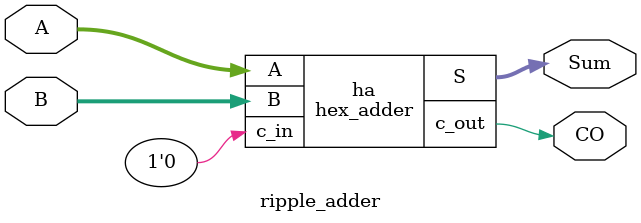
<source format=sv>
module full_adder(input x, y, z,
						output s, c);
	assign s = x^y^z;
	assign c = (x&y)|(y&z)|(x&z);

endmodule

module quad_adder(input [3:0] A,B,
						input c_in,
						output [3:0] S,
						output c_out);
	logic c1, c2, c3;
	full_adder FA1(.x(A[0]),.y(B[0]),.z(c_in), .s(S[0]), .c(c1));
	full_adder FA2(.x(A[1]),.y(B[1]),.z(c1), .s(S[1]), .c(c2));
	full_adder FA3(.x(A[2]),.y(B[2]),.z(c2), .s(S[2]), .c(c3));
	full_adder FA4(.x(A[3]),.y(B[3]),.z(c3), .s(S[3]), .c(c_out));
	
endmodule

module hex_adder(input [15:0] A,B,
						input c_in,
						output [15:0] S,
						output c_out);
	logic c1, c2, c3;
	quad_adder QA_4_1(.A(A[3:0]),.B(B[3:0]),.c_in(c_in), .S(S[3:0]), .c_out(c1));
	quad_adder QA_4_2(.A(A[7:4]),.B(B[7:4]),.c_in(c1), .S(S[7:4]), .c_out(c2));
	quad_adder QA_4_3(.A(A[11:8]),.B(B[11:8]),.c_in(c2), .S(S[11:8]), .c_out(c3));
	quad_adder QA_4_4(.A(A[15:12]),.B(B[15:12]),.c_in(c3), .S(S[15:12]), .c_out(c_out));
	
endmodule

module ripple_adder
(
    input   logic[15:0]     A,
    input   logic[15:0]     B,
    output  logic[15:0]     Sum,
    output  logic           CO
);

    /* TODO
     *
     * Insert code here to implement a ripple adder.
     * Your code should be completly combinational (don't use always_ff or always_latch).
     * Feel free to create sub-modules or other files. */
	 hex_adder ha(.A(A),.B(B),.S(Sum),.c_out(CO),.c_in(1'b0));

     
endmodule

</source>
